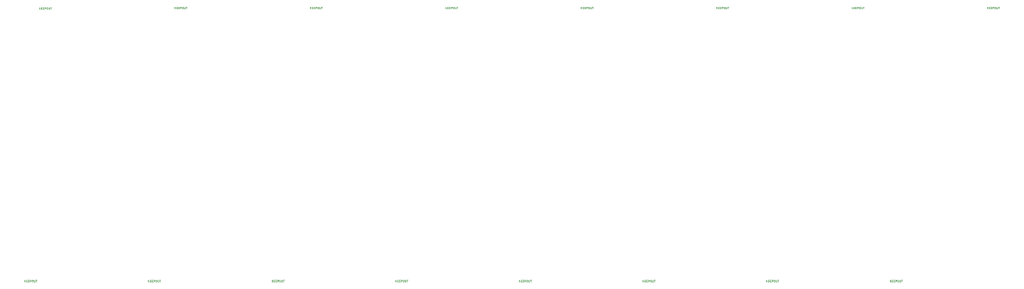
<source format=gbr>
G04 #@! TF.GenerationSoftware,KiCad,Pcbnew,9.0.0*
G04 #@! TF.CreationDate,2025-06-12T15:22:14-04:00*
G04 #@! TF.ProjectId,Oblique Palette 0.5.1 PCB Main,4f626c69-7175-4652-9050-616c65747465,rev?*
G04 #@! TF.SameCoordinates,Original*
G04 #@! TF.FileFunction,Other,Comment*
%FSLAX46Y46*%
G04 Gerber Fmt 4.6, Leading zero omitted, Abs format (unit mm)*
G04 Created by KiCad (PCBNEW 9.0.0) date 2025-06-12 15:22:14*
%MOMM*%
%LPD*%
G01*
G04 APERTURE LIST*
%ADD10C,0.051000*%
G04 APERTURE END LIST*
D10*
X33761904Y-103662395D02*
X33761904Y-103262395D01*
X33990475Y-103662395D02*
X33819046Y-103433824D01*
X33990475Y-103262395D02*
X33761904Y-103490967D01*
X34161904Y-103452871D02*
X34295237Y-103452871D01*
X34352380Y-103662395D02*
X34161904Y-103662395D01*
X34161904Y-103662395D02*
X34161904Y-103262395D01*
X34161904Y-103262395D02*
X34352380Y-103262395D01*
X34523809Y-103452871D02*
X34657142Y-103452871D01*
X34714285Y-103662395D02*
X34523809Y-103662395D01*
X34523809Y-103662395D02*
X34523809Y-103262395D01*
X34523809Y-103262395D02*
X34714285Y-103262395D01*
X34885714Y-103662395D02*
X34885714Y-103262395D01*
X34885714Y-103262395D02*
X35038095Y-103262395D01*
X35038095Y-103262395D02*
X35076190Y-103281443D01*
X35076190Y-103281443D02*
X35095237Y-103300490D01*
X35095237Y-103300490D02*
X35114285Y-103338586D01*
X35114285Y-103338586D02*
X35114285Y-103395728D01*
X35114285Y-103395728D02*
X35095237Y-103433824D01*
X35095237Y-103433824D02*
X35076190Y-103452871D01*
X35076190Y-103452871D02*
X35038095Y-103471919D01*
X35038095Y-103471919D02*
X34885714Y-103471919D01*
X35361904Y-103262395D02*
X35438095Y-103262395D01*
X35438095Y-103262395D02*
X35476190Y-103281443D01*
X35476190Y-103281443D02*
X35514285Y-103319538D01*
X35514285Y-103319538D02*
X35533333Y-103395728D01*
X35533333Y-103395728D02*
X35533333Y-103529062D01*
X35533333Y-103529062D02*
X35514285Y-103605252D01*
X35514285Y-103605252D02*
X35476190Y-103643348D01*
X35476190Y-103643348D02*
X35438095Y-103662395D01*
X35438095Y-103662395D02*
X35361904Y-103662395D01*
X35361904Y-103662395D02*
X35323809Y-103643348D01*
X35323809Y-103643348D02*
X35285714Y-103605252D01*
X35285714Y-103605252D02*
X35266666Y-103529062D01*
X35266666Y-103529062D02*
X35266666Y-103395728D01*
X35266666Y-103395728D02*
X35285714Y-103319538D01*
X35285714Y-103319538D02*
X35323809Y-103281443D01*
X35323809Y-103281443D02*
X35361904Y-103262395D01*
X35704762Y-103262395D02*
X35704762Y-103586205D01*
X35704762Y-103586205D02*
X35723809Y-103624300D01*
X35723809Y-103624300D02*
X35742857Y-103643348D01*
X35742857Y-103643348D02*
X35780952Y-103662395D01*
X35780952Y-103662395D02*
X35857143Y-103662395D01*
X35857143Y-103662395D02*
X35895238Y-103643348D01*
X35895238Y-103643348D02*
X35914285Y-103624300D01*
X35914285Y-103624300D02*
X35933333Y-103586205D01*
X35933333Y-103586205D02*
X35933333Y-103262395D01*
X36066667Y-103262395D02*
X36295238Y-103262395D01*
X36180952Y-103662395D02*
X36180952Y-103262395D01*
X59011904Y-103662395D02*
X59011904Y-103262395D01*
X59240475Y-103662395D02*
X59069046Y-103433824D01*
X59240475Y-103262395D02*
X59011904Y-103490967D01*
X59411904Y-103452871D02*
X59545237Y-103452871D01*
X59602380Y-103662395D02*
X59411904Y-103662395D01*
X59411904Y-103662395D02*
X59411904Y-103262395D01*
X59411904Y-103262395D02*
X59602380Y-103262395D01*
X59773809Y-103452871D02*
X59907142Y-103452871D01*
X59964285Y-103662395D02*
X59773809Y-103662395D01*
X59773809Y-103662395D02*
X59773809Y-103262395D01*
X59773809Y-103262395D02*
X59964285Y-103262395D01*
X60135714Y-103662395D02*
X60135714Y-103262395D01*
X60135714Y-103262395D02*
X60288095Y-103262395D01*
X60288095Y-103262395D02*
X60326190Y-103281443D01*
X60326190Y-103281443D02*
X60345237Y-103300490D01*
X60345237Y-103300490D02*
X60364285Y-103338586D01*
X60364285Y-103338586D02*
X60364285Y-103395728D01*
X60364285Y-103395728D02*
X60345237Y-103433824D01*
X60345237Y-103433824D02*
X60326190Y-103452871D01*
X60326190Y-103452871D02*
X60288095Y-103471919D01*
X60288095Y-103471919D02*
X60135714Y-103471919D01*
X60611904Y-103262395D02*
X60688095Y-103262395D01*
X60688095Y-103262395D02*
X60726190Y-103281443D01*
X60726190Y-103281443D02*
X60764285Y-103319538D01*
X60764285Y-103319538D02*
X60783333Y-103395728D01*
X60783333Y-103395728D02*
X60783333Y-103529062D01*
X60783333Y-103529062D02*
X60764285Y-103605252D01*
X60764285Y-103605252D02*
X60726190Y-103643348D01*
X60726190Y-103643348D02*
X60688095Y-103662395D01*
X60688095Y-103662395D02*
X60611904Y-103662395D01*
X60611904Y-103662395D02*
X60573809Y-103643348D01*
X60573809Y-103643348D02*
X60535714Y-103605252D01*
X60535714Y-103605252D02*
X60516666Y-103529062D01*
X60516666Y-103529062D02*
X60516666Y-103395728D01*
X60516666Y-103395728D02*
X60535714Y-103319538D01*
X60535714Y-103319538D02*
X60573809Y-103281443D01*
X60573809Y-103281443D02*
X60611904Y-103262395D01*
X60954762Y-103262395D02*
X60954762Y-103586205D01*
X60954762Y-103586205D02*
X60973809Y-103624300D01*
X60973809Y-103624300D02*
X60992857Y-103643348D01*
X60992857Y-103643348D02*
X61030952Y-103662395D01*
X61030952Y-103662395D02*
X61107143Y-103662395D01*
X61107143Y-103662395D02*
X61145238Y-103643348D01*
X61145238Y-103643348D02*
X61164285Y-103624300D01*
X61164285Y-103624300D02*
X61183333Y-103586205D01*
X61183333Y-103586205D02*
X61183333Y-103262395D01*
X61316667Y-103262395D02*
X61545238Y-103262395D01*
X61430952Y-103662395D02*
X61430952Y-103262395D01*
X36761904Y-47892395D02*
X36761904Y-47492395D01*
X36990475Y-47892395D02*
X36819046Y-47663824D01*
X36990475Y-47492395D02*
X36761904Y-47720967D01*
X37161904Y-47682871D02*
X37295237Y-47682871D01*
X37352380Y-47892395D02*
X37161904Y-47892395D01*
X37161904Y-47892395D02*
X37161904Y-47492395D01*
X37161904Y-47492395D02*
X37352380Y-47492395D01*
X37523809Y-47682871D02*
X37657142Y-47682871D01*
X37714285Y-47892395D02*
X37523809Y-47892395D01*
X37523809Y-47892395D02*
X37523809Y-47492395D01*
X37523809Y-47492395D02*
X37714285Y-47492395D01*
X37885714Y-47892395D02*
X37885714Y-47492395D01*
X37885714Y-47492395D02*
X38038095Y-47492395D01*
X38038095Y-47492395D02*
X38076190Y-47511443D01*
X38076190Y-47511443D02*
X38095237Y-47530490D01*
X38095237Y-47530490D02*
X38114285Y-47568586D01*
X38114285Y-47568586D02*
X38114285Y-47625728D01*
X38114285Y-47625728D02*
X38095237Y-47663824D01*
X38095237Y-47663824D02*
X38076190Y-47682871D01*
X38076190Y-47682871D02*
X38038095Y-47701919D01*
X38038095Y-47701919D02*
X37885714Y-47701919D01*
X38361904Y-47492395D02*
X38438095Y-47492395D01*
X38438095Y-47492395D02*
X38476190Y-47511443D01*
X38476190Y-47511443D02*
X38514285Y-47549538D01*
X38514285Y-47549538D02*
X38533333Y-47625728D01*
X38533333Y-47625728D02*
X38533333Y-47759062D01*
X38533333Y-47759062D02*
X38514285Y-47835252D01*
X38514285Y-47835252D02*
X38476190Y-47873348D01*
X38476190Y-47873348D02*
X38438095Y-47892395D01*
X38438095Y-47892395D02*
X38361904Y-47892395D01*
X38361904Y-47892395D02*
X38323809Y-47873348D01*
X38323809Y-47873348D02*
X38285714Y-47835252D01*
X38285714Y-47835252D02*
X38266666Y-47759062D01*
X38266666Y-47759062D02*
X38266666Y-47625728D01*
X38266666Y-47625728D02*
X38285714Y-47549538D01*
X38285714Y-47549538D02*
X38323809Y-47511443D01*
X38323809Y-47511443D02*
X38361904Y-47492395D01*
X38704762Y-47492395D02*
X38704762Y-47816205D01*
X38704762Y-47816205D02*
X38723809Y-47854300D01*
X38723809Y-47854300D02*
X38742857Y-47873348D01*
X38742857Y-47873348D02*
X38780952Y-47892395D01*
X38780952Y-47892395D02*
X38857143Y-47892395D01*
X38857143Y-47892395D02*
X38895238Y-47873348D01*
X38895238Y-47873348D02*
X38914285Y-47854300D01*
X38914285Y-47854300D02*
X38933333Y-47816205D01*
X38933333Y-47816205D02*
X38933333Y-47492395D01*
X39066667Y-47492395D02*
X39295238Y-47492395D01*
X39180952Y-47892395D02*
X39180952Y-47492395D01*
X64418904Y-47802395D02*
X64418904Y-47402395D01*
X64647475Y-47802395D02*
X64476046Y-47573824D01*
X64647475Y-47402395D02*
X64418904Y-47630967D01*
X64818904Y-47592871D02*
X64952237Y-47592871D01*
X65009380Y-47802395D02*
X64818904Y-47802395D01*
X64818904Y-47802395D02*
X64818904Y-47402395D01*
X64818904Y-47402395D02*
X65009380Y-47402395D01*
X65180809Y-47592871D02*
X65314142Y-47592871D01*
X65371285Y-47802395D02*
X65180809Y-47802395D01*
X65180809Y-47802395D02*
X65180809Y-47402395D01*
X65180809Y-47402395D02*
X65371285Y-47402395D01*
X65542714Y-47802395D02*
X65542714Y-47402395D01*
X65542714Y-47402395D02*
X65695095Y-47402395D01*
X65695095Y-47402395D02*
X65733190Y-47421443D01*
X65733190Y-47421443D02*
X65752237Y-47440490D01*
X65752237Y-47440490D02*
X65771285Y-47478586D01*
X65771285Y-47478586D02*
X65771285Y-47535728D01*
X65771285Y-47535728D02*
X65752237Y-47573824D01*
X65752237Y-47573824D02*
X65733190Y-47592871D01*
X65733190Y-47592871D02*
X65695095Y-47611919D01*
X65695095Y-47611919D02*
X65542714Y-47611919D01*
X66018904Y-47402395D02*
X66095095Y-47402395D01*
X66095095Y-47402395D02*
X66133190Y-47421443D01*
X66133190Y-47421443D02*
X66171285Y-47459538D01*
X66171285Y-47459538D02*
X66190333Y-47535728D01*
X66190333Y-47535728D02*
X66190333Y-47669062D01*
X66190333Y-47669062D02*
X66171285Y-47745252D01*
X66171285Y-47745252D02*
X66133190Y-47783348D01*
X66133190Y-47783348D02*
X66095095Y-47802395D01*
X66095095Y-47802395D02*
X66018904Y-47802395D01*
X66018904Y-47802395D02*
X65980809Y-47783348D01*
X65980809Y-47783348D02*
X65942714Y-47745252D01*
X65942714Y-47745252D02*
X65923666Y-47669062D01*
X65923666Y-47669062D02*
X65923666Y-47535728D01*
X65923666Y-47535728D02*
X65942714Y-47459538D01*
X65942714Y-47459538D02*
X65980809Y-47421443D01*
X65980809Y-47421443D02*
X66018904Y-47402395D01*
X66361762Y-47402395D02*
X66361762Y-47726205D01*
X66361762Y-47726205D02*
X66380809Y-47764300D01*
X66380809Y-47764300D02*
X66399857Y-47783348D01*
X66399857Y-47783348D02*
X66437952Y-47802395D01*
X66437952Y-47802395D02*
X66514143Y-47802395D01*
X66514143Y-47802395D02*
X66552238Y-47783348D01*
X66552238Y-47783348D02*
X66571285Y-47764300D01*
X66571285Y-47764300D02*
X66590333Y-47726205D01*
X66590333Y-47726205D02*
X66590333Y-47402395D01*
X66723667Y-47402395D02*
X66952238Y-47402395D01*
X66837952Y-47802395D02*
X66837952Y-47402395D01*
X175046904Y-47802395D02*
X175046904Y-47402395D01*
X175275475Y-47802395D02*
X175104046Y-47573824D01*
X175275475Y-47402395D02*
X175046904Y-47630967D01*
X175446904Y-47592871D02*
X175580237Y-47592871D01*
X175637380Y-47802395D02*
X175446904Y-47802395D01*
X175446904Y-47802395D02*
X175446904Y-47402395D01*
X175446904Y-47402395D02*
X175637380Y-47402395D01*
X175808809Y-47592871D02*
X175942142Y-47592871D01*
X175999285Y-47802395D02*
X175808809Y-47802395D01*
X175808809Y-47802395D02*
X175808809Y-47402395D01*
X175808809Y-47402395D02*
X175999285Y-47402395D01*
X176170714Y-47802395D02*
X176170714Y-47402395D01*
X176170714Y-47402395D02*
X176323095Y-47402395D01*
X176323095Y-47402395D02*
X176361190Y-47421443D01*
X176361190Y-47421443D02*
X176380237Y-47440490D01*
X176380237Y-47440490D02*
X176399285Y-47478586D01*
X176399285Y-47478586D02*
X176399285Y-47535728D01*
X176399285Y-47535728D02*
X176380237Y-47573824D01*
X176380237Y-47573824D02*
X176361190Y-47592871D01*
X176361190Y-47592871D02*
X176323095Y-47611919D01*
X176323095Y-47611919D02*
X176170714Y-47611919D01*
X176646904Y-47402395D02*
X176723095Y-47402395D01*
X176723095Y-47402395D02*
X176761190Y-47421443D01*
X176761190Y-47421443D02*
X176799285Y-47459538D01*
X176799285Y-47459538D02*
X176818333Y-47535728D01*
X176818333Y-47535728D02*
X176818333Y-47669062D01*
X176818333Y-47669062D02*
X176799285Y-47745252D01*
X176799285Y-47745252D02*
X176761190Y-47783348D01*
X176761190Y-47783348D02*
X176723095Y-47802395D01*
X176723095Y-47802395D02*
X176646904Y-47802395D01*
X176646904Y-47802395D02*
X176608809Y-47783348D01*
X176608809Y-47783348D02*
X176570714Y-47745252D01*
X176570714Y-47745252D02*
X176551666Y-47669062D01*
X176551666Y-47669062D02*
X176551666Y-47535728D01*
X176551666Y-47535728D02*
X176570714Y-47459538D01*
X176570714Y-47459538D02*
X176608809Y-47421443D01*
X176608809Y-47421443D02*
X176646904Y-47402395D01*
X176989762Y-47402395D02*
X176989762Y-47726205D01*
X176989762Y-47726205D02*
X177008809Y-47764300D01*
X177008809Y-47764300D02*
X177027857Y-47783348D01*
X177027857Y-47783348D02*
X177065952Y-47802395D01*
X177065952Y-47802395D02*
X177142143Y-47802395D01*
X177142143Y-47802395D02*
X177180238Y-47783348D01*
X177180238Y-47783348D02*
X177199285Y-47764300D01*
X177199285Y-47764300D02*
X177218333Y-47726205D01*
X177218333Y-47726205D02*
X177218333Y-47402395D01*
X177351667Y-47402395D02*
X177580238Y-47402395D01*
X177465952Y-47802395D02*
X177465952Y-47402395D01*
X185261904Y-103662395D02*
X185261904Y-103262395D01*
X185490475Y-103662395D02*
X185319046Y-103433824D01*
X185490475Y-103262395D02*
X185261904Y-103490967D01*
X185661904Y-103452871D02*
X185795237Y-103452871D01*
X185852380Y-103662395D02*
X185661904Y-103662395D01*
X185661904Y-103662395D02*
X185661904Y-103262395D01*
X185661904Y-103262395D02*
X185852380Y-103262395D01*
X186023809Y-103452871D02*
X186157142Y-103452871D01*
X186214285Y-103662395D02*
X186023809Y-103662395D01*
X186023809Y-103662395D02*
X186023809Y-103262395D01*
X186023809Y-103262395D02*
X186214285Y-103262395D01*
X186385714Y-103662395D02*
X186385714Y-103262395D01*
X186385714Y-103262395D02*
X186538095Y-103262395D01*
X186538095Y-103262395D02*
X186576190Y-103281443D01*
X186576190Y-103281443D02*
X186595237Y-103300490D01*
X186595237Y-103300490D02*
X186614285Y-103338586D01*
X186614285Y-103338586D02*
X186614285Y-103395728D01*
X186614285Y-103395728D02*
X186595237Y-103433824D01*
X186595237Y-103433824D02*
X186576190Y-103452871D01*
X186576190Y-103452871D02*
X186538095Y-103471919D01*
X186538095Y-103471919D02*
X186385714Y-103471919D01*
X186861904Y-103262395D02*
X186938095Y-103262395D01*
X186938095Y-103262395D02*
X186976190Y-103281443D01*
X186976190Y-103281443D02*
X187014285Y-103319538D01*
X187014285Y-103319538D02*
X187033333Y-103395728D01*
X187033333Y-103395728D02*
X187033333Y-103529062D01*
X187033333Y-103529062D02*
X187014285Y-103605252D01*
X187014285Y-103605252D02*
X186976190Y-103643348D01*
X186976190Y-103643348D02*
X186938095Y-103662395D01*
X186938095Y-103662395D02*
X186861904Y-103662395D01*
X186861904Y-103662395D02*
X186823809Y-103643348D01*
X186823809Y-103643348D02*
X186785714Y-103605252D01*
X186785714Y-103605252D02*
X186766666Y-103529062D01*
X186766666Y-103529062D02*
X186766666Y-103395728D01*
X186766666Y-103395728D02*
X186785714Y-103319538D01*
X186785714Y-103319538D02*
X186823809Y-103281443D01*
X186823809Y-103281443D02*
X186861904Y-103262395D01*
X187204762Y-103262395D02*
X187204762Y-103586205D01*
X187204762Y-103586205D02*
X187223809Y-103624300D01*
X187223809Y-103624300D02*
X187242857Y-103643348D01*
X187242857Y-103643348D02*
X187280952Y-103662395D01*
X187280952Y-103662395D02*
X187357143Y-103662395D01*
X187357143Y-103662395D02*
X187395238Y-103643348D01*
X187395238Y-103643348D02*
X187414285Y-103624300D01*
X187414285Y-103624300D02*
X187433333Y-103586205D01*
X187433333Y-103586205D02*
X187433333Y-103262395D01*
X187566667Y-103262395D02*
X187795238Y-103262395D01*
X187680952Y-103662395D02*
X187680952Y-103262395D01*
X160011904Y-103662395D02*
X160011904Y-103262395D01*
X160240475Y-103662395D02*
X160069046Y-103433824D01*
X160240475Y-103262395D02*
X160011904Y-103490967D01*
X160411904Y-103452871D02*
X160545237Y-103452871D01*
X160602380Y-103662395D02*
X160411904Y-103662395D01*
X160411904Y-103662395D02*
X160411904Y-103262395D01*
X160411904Y-103262395D02*
X160602380Y-103262395D01*
X160773809Y-103452871D02*
X160907142Y-103452871D01*
X160964285Y-103662395D02*
X160773809Y-103662395D01*
X160773809Y-103662395D02*
X160773809Y-103262395D01*
X160773809Y-103262395D02*
X160964285Y-103262395D01*
X161135714Y-103662395D02*
X161135714Y-103262395D01*
X161135714Y-103262395D02*
X161288095Y-103262395D01*
X161288095Y-103262395D02*
X161326190Y-103281443D01*
X161326190Y-103281443D02*
X161345237Y-103300490D01*
X161345237Y-103300490D02*
X161364285Y-103338586D01*
X161364285Y-103338586D02*
X161364285Y-103395728D01*
X161364285Y-103395728D02*
X161345237Y-103433824D01*
X161345237Y-103433824D02*
X161326190Y-103452871D01*
X161326190Y-103452871D02*
X161288095Y-103471919D01*
X161288095Y-103471919D02*
X161135714Y-103471919D01*
X161611904Y-103262395D02*
X161688095Y-103262395D01*
X161688095Y-103262395D02*
X161726190Y-103281443D01*
X161726190Y-103281443D02*
X161764285Y-103319538D01*
X161764285Y-103319538D02*
X161783333Y-103395728D01*
X161783333Y-103395728D02*
X161783333Y-103529062D01*
X161783333Y-103529062D02*
X161764285Y-103605252D01*
X161764285Y-103605252D02*
X161726190Y-103643348D01*
X161726190Y-103643348D02*
X161688095Y-103662395D01*
X161688095Y-103662395D02*
X161611904Y-103662395D01*
X161611904Y-103662395D02*
X161573809Y-103643348D01*
X161573809Y-103643348D02*
X161535714Y-103605252D01*
X161535714Y-103605252D02*
X161516666Y-103529062D01*
X161516666Y-103529062D02*
X161516666Y-103395728D01*
X161516666Y-103395728D02*
X161535714Y-103319538D01*
X161535714Y-103319538D02*
X161573809Y-103281443D01*
X161573809Y-103281443D02*
X161611904Y-103262395D01*
X161954762Y-103262395D02*
X161954762Y-103586205D01*
X161954762Y-103586205D02*
X161973809Y-103624300D01*
X161973809Y-103624300D02*
X161992857Y-103643348D01*
X161992857Y-103643348D02*
X162030952Y-103662395D01*
X162030952Y-103662395D02*
X162107143Y-103662395D01*
X162107143Y-103662395D02*
X162145238Y-103643348D01*
X162145238Y-103643348D02*
X162164285Y-103624300D01*
X162164285Y-103624300D02*
X162183333Y-103586205D01*
X162183333Y-103586205D02*
X162183333Y-103262395D01*
X162316667Y-103262395D02*
X162545238Y-103262395D01*
X162430952Y-103662395D02*
X162430952Y-103262395D01*
X202703904Y-47802395D02*
X202703904Y-47402395D01*
X202932475Y-47802395D02*
X202761046Y-47573824D01*
X202932475Y-47402395D02*
X202703904Y-47630967D01*
X203103904Y-47592871D02*
X203237237Y-47592871D01*
X203294380Y-47802395D02*
X203103904Y-47802395D01*
X203103904Y-47802395D02*
X203103904Y-47402395D01*
X203103904Y-47402395D02*
X203294380Y-47402395D01*
X203465809Y-47592871D02*
X203599142Y-47592871D01*
X203656285Y-47802395D02*
X203465809Y-47802395D01*
X203465809Y-47802395D02*
X203465809Y-47402395D01*
X203465809Y-47402395D02*
X203656285Y-47402395D01*
X203827714Y-47802395D02*
X203827714Y-47402395D01*
X203827714Y-47402395D02*
X203980095Y-47402395D01*
X203980095Y-47402395D02*
X204018190Y-47421443D01*
X204018190Y-47421443D02*
X204037237Y-47440490D01*
X204037237Y-47440490D02*
X204056285Y-47478586D01*
X204056285Y-47478586D02*
X204056285Y-47535728D01*
X204056285Y-47535728D02*
X204037237Y-47573824D01*
X204037237Y-47573824D02*
X204018190Y-47592871D01*
X204018190Y-47592871D02*
X203980095Y-47611919D01*
X203980095Y-47611919D02*
X203827714Y-47611919D01*
X204303904Y-47402395D02*
X204380095Y-47402395D01*
X204380095Y-47402395D02*
X204418190Y-47421443D01*
X204418190Y-47421443D02*
X204456285Y-47459538D01*
X204456285Y-47459538D02*
X204475333Y-47535728D01*
X204475333Y-47535728D02*
X204475333Y-47669062D01*
X204475333Y-47669062D02*
X204456285Y-47745252D01*
X204456285Y-47745252D02*
X204418190Y-47783348D01*
X204418190Y-47783348D02*
X204380095Y-47802395D01*
X204380095Y-47802395D02*
X204303904Y-47802395D01*
X204303904Y-47802395D02*
X204265809Y-47783348D01*
X204265809Y-47783348D02*
X204227714Y-47745252D01*
X204227714Y-47745252D02*
X204208666Y-47669062D01*
X204208666Y-47669062D02*
X204208666Y-47535728D01*
X204208666Y-47535728D02*
X204227714Y-47459538D01*
X204227714Y-47459538D02*
X204265809Y-47421443D01*
X204265809Y-47421443D02*
X204303904Y-47402395D01*
X204646762Y-47402395D02*
X204646762Y-47726205D01*
X204646762Y-47726205D02*
X204665809Y-47764300D01*
X204665809Y-47764300D02*
X204684857Y-47783348D01*
X204684857Y-47783348D02*
X204722952Y-47802395D01*
X204722952Y-47802395D02*
X204799143Y-47802395D01*
X204799143Y-47802395D02*
X204837238Y-47783348D01*
X204837238Y-47783348D02*
X204856285Y-47764300D01*
X204856285Y-47764300D02*
X204875333Y-47726205D01*
X204875333Y-47726205D02*
X204875333Y-47402395D01*
X205008667Y-47402395D02*
X205237238Y-47402395D01*
X205122952Y-47802395D02*
X205122952Y-47402395D01*
X92075904Y-47802395D02*
X92075904Y-47402395D01*
X92304475Y-47802395D02*
X92133046Y-47573824D01*
X92304475Y-47402395D02*
X92075904Y-47630967D01*
X92475904Y-47592871D02*
X92609237Y-47592871D01*
X92666380Y-47802395D02*
X92475904Y-47802395D01*
X92475904Y-47802395D02*
X92475904Y-47402395D01*
X92475904Y-47402395D02*
X92666380Y-47402395D01*
X92837809Y-47592871D02*
X92971142Y-47592871D01*
X93028285Y-47802395D02*
X92837809Y-47802395D01*
X92837809Y-47802395D02*
X92837809Y-47402395D01*
X92837809Y-47402395D02*
X93028285Y-47402395D01*
X93199714Y-47802395D02*
X93199714Y-47402395D01*
X93199714Y-47402395D02*
X93352095Y-47402395D01*
X93352095Y-47402395D02*
X93390190Y-47421443D01*
X93390190Y-47421443D02*
X93409237Y-47440490D01*
X93409237Y-47440490D02*
X93428285Y-47478586D01*
X93428285Y-47478586D02*
X93428285Y-47535728D01*
X93428285Y-47535728D02*
X93409237Y-47573824D01*
X93409237Y-47573824D02*
X93390190Y-47592871D01*
X93390190Y-47592871D02*
X93352095Y-47611919D01*
X93352095Y-47611919D02*
X93199714Y-47611919D01*
X93675904Y-47402395D02*
X93752095Y-47402395D01*
X93752095Y-47402395D02*
X93790190Y-47421443D01*
X93790190Y-47421443D02*
X93828285Y-47459538D01*
X93828285Y-47459538D02*
X93847333Y-47535728D01*
X93847333Y-47535728D02*
X93847333Y-47669062D01*
X93847333Y-47669062D02*
X93828285Y-47745252D01*
X93828285Y-47745252D02*
X93790190Y-47783348D01*
X93790190Y-47783348D02*
X93752095Y-47802395D01*
X93752095Y-47802395D02*
X93675904Y-47802395D01*
X93675904Y-47802395D02*
X93637809Y-47783348D01*
X93637809Y-47783348D02*
X93599714Y-47745252D01*
X93599714Y-47745252D02*
X93580666Y-47669062D01*
X93580666Y-47669062D02*
X93580666Y-47535728D01*
X93580666Y-47535728D02*
X93599714Y-47459538D01*
X93599714Y-47459538D02*
X93637809Y-47421443D01*
X93637809Y-47421443D02*
X93675904Y-47402395D01*
X94018762Y-47402395D02*
X94018762Y-47726205D01*
X94018762Y-47726205D02*
X94037809Y-47764300D01*
X94037809Y-47764300D02*
X94056857Y-47783348D01*
X94056857Y-47783348D02*
X94094952Y-47802395D01*
X94094952Y-47802395D02*
X94171143Y-47802395D01*
X94171143Y-47802395D02*
X94209238Y-47783348D01*
X94209238Y-47783348D02*
X94228285Y-47764300D01*
X94228285Y-47764300D02*
X94247333Y-47726205D01*
X94247333Y-47726205D02*
X94247333Y-47402395D01*
X94380667Y-47402395D02*
X94609238Y-47402395D01*
X94494952Y-47802395D02*
X94494952Y-47402395D01*
X147389904Y-47802395D02*
X147389904Y-47402395D01*
X147618475Y-47802395D02*
X147447046Y-47573824D01*
X147618475Y-47402395D02*
X147389904Y-47630967D01*
X147789904Y-47592871D02*
X147923237Y-47592871D01*
X147980380Y-47802395D02*
X147789904Y-47802395D01*
X147789904Y-47802395D02*
X147789904Y-47402395D01*
X147789904Y-47402395D02*
X147980380Y-47402395D01*
X148151809Y-47592871D02*
X148285142Y-47592871D01*
X148342285Y-47802395D02*
X148151809Y-47802395D01*
X148151809Y-47802395D02*
X148151809Y-47402395D01*
X148151809Y-47402395D02*
X148342285Y-47402395D01*
X148513714Y-47802395D02*
X148513714Y-47402395D01*
X148513714Y-47402395D02*
X148666095Y-47402395D01*
X148666095Y-47402395D02*
X148704190Y-47421443D01*
X148704190Y-47421443D02*
X148723237Y-47440490D01*
X148723237Y-47440490D02*
X148742285Y-47478586D01*
X148742285Y-47478586D02*
X148742285Y-47535728D01*
X148742285Y-47535728D02*
X148723237Y-47573824D01*
X148723237Y-47573824D02*
X148704190Y-47592871D01*
X148704190Y-47592871D02*
X148666095Y-47611919D01*
X148666095Y-47611919D02*
X148513714Y-47611919D01*
X148989904Y-47402395D02*
X149066095Y-47402395D01*
X149066095Y-47402395D02*
X149104190Y-47421443D01*
X149104190Y-47421443D02*
X149142285Y-47459538D01*
X149142285Y-47459538D02*
X149161333Y-47535728D01*
X149161333Y-47535728D02*
X149161333Y-47669062D01*
X149161333Y-47669062D02*
X149142285Y-47745252D01*
X149142285Y-47745252D02*
X149104190Y-47783348D01*
X149104190Y-47783348D02*
X149066095Y-47802395D01*
X149066095Y-47802395D02*
X148989904Y-47802395D01*
X148989904Y-47802395D02*
X148951809Y-47783348D01*
X148951809Y-47783348D02*
X148913714Y-47745252D01*
X148913714Y-47745252D02*
X148894666Y-47669062D01*
X148894666Y-47669062D02*
X148894666Y-47535728D01*
X148894666Y-47535728D02*
X148913714Y-47459538D01*
X148913714Y-47459538D02*
X148951809Y-47421443D01*
X148951809Y-47421443D02*
X148989904Y-47402395D01*
X149332762Y-47402395D02*
X149332762Y-47726205D01*
X149332762Y-47726205D02*
X149351809Y-47764300D01*
X149351809Y-47764300D02*
X149370857Y-47783348D01*
X149370857Y-47783348D02*
X149408952Y-47802395D01*
X149408952Y-47802395D02*
X149485143Y-47802395D01*
X149485143Y-47802395D02*
X149523238Y-47783348D01*
X149523238Y-47783348D02*
X149542285Y-47764300D01*
X149542285Y-47764300D02*
X149561333Y-47726205D01*
X149561333Y-47726205D02*
X149561333Y-47402395D01*
X149694667Y-47402395D02*
X149923238Y-47402395D01*
X149808952Y-47802395D02*
X149808952Y-47402395D01*
X134761904Y-103662395D02*
X134761904Y-103262395D01*
X134990475Y-103662395D02*
X134819046Y-103433824D01*
X134990475Y-103262395D02*
X134761904Y-103490967D01*
X135161904Y-103452871D02*
X135295237Y-103452871D01*
X135352380Y-103662395D02*
X135161904Y-103662395D01*
X135161904Y-103662395D02*
X135161904Y-103262395D01*
X135161904Y-103262395D02*
X135352380Y-103262395D01*
X135523809Y-103452871D02*
X135657142Y-103452871D01*
X135714285Y-103662395D02*
X135523809Y-103662395D01*
X135523809Y-103662395D02*
X135523809Y-103262395D01*
X135523809Y-103262395D02*
X135714285Y-103262395D01*
X135885714Y-103662395D02*
X135885714Y-103262395D01*
X135885714Y-103262395D02*
X136038095Y-103262395D01*
X136038095Y-103262395D02*
X136076190Y-103281443D01*
X136076190Y-103281443D02*
X136095237Y-103300490D01*
X136095237Y-103300490D02*
X136114285Y-103338586D01*
X136114285Y-103338586D02*
X136114285Y-103395728D01*
X136114285Y-103395728D02*
X136095237Y-103433824D01*
X136095237Y-103433824D02*
X136076190Y-103452871D01*
X136076190Y-103452871D02*
X136038095Y-103471919D01*
X136038095Y-103471919D02*
X135885714Y-103471919D01*
X136361904Y-103262395D02*
X136438095Y-103262395D01*
X136438095Y-103262395D02*
X136476190Y-103281443D01*
X136476190Y-103281443D02*
X136514285Y-103319538D01*
X136514285Y-103319538D02*
X136533333Y-103395728D01*
X136533333Y-103395728D02*
X136533333Y-103529062D01*
X136533333Y-103529062D02*
X136514285Y-103605252D01*
X136514285Y-103605252D02*
X136476190Y-103643348D01*
X136476190Y-103643348D02*
X136438095Y-103662395D01*
X136438095Y-103662395D02*
X136361904Y-103662395D01*
X136361904Y-103662395D02*
X136323809Y-103643348D01*
X136323809Y-103643348D02*
X136285714Y-103605252D01*
X136285714Y-103605252D02*
X136266666Y-103529062D01*
X136266666Y-103529062D02*
X136266666Y-103395728D01*
X136266666Y-103395728D02*
X136285714Y-103319538D01*
X136285714Y-103319538D02*
X136323809Y-103281443D01*
X136323809Y-103281443D02*
X136361904Y-103262395D01*
X136704762Y-103262395D02*
X136704762Y-103586205D01*
X136704762Y-103586205D02*
X136723809Y-103624300D01*
X136723809Y-103624300D02*
X136742857Y-103643348D01*
X136742857Y-103643348D02*
X136780952Y-103662395D01*
X136780952Y-103662395D02*
X136857143Y-103662395D01*
X136857143Y-103662395D02*
X136895238Y-103643348D01*
X136895238Y-103643348D02*
X136914285Y-103624300D01*
X136914285Y-103624300D02*
X136933333Y-103586205D01*
X136933333Y-103586205D02*
X136933333Y-103262395D01*
X137066667Y-103262395D02*
X137295238Y-103262395D01*
X137180952Y-103662395D02*
X137180952Y-103262395D01*
X210511904Y-103662395D02*
X210511904Y-103262395D01*
X210740475Y-103662395D02*
X210569046Y-103433824D01*
X210740475Y-103262395D02*
X210511904Y-103490967D01*
X210911904Y-103452871D02*
X211045237Y-103452871D01*
X211102380Y-103662395D02*
X210911904Y-103662395D01*
X210911904Y-103662395D02*
X210911904Y-103262395D01*
X210911904Y-103262395D02*
X211102380Y-103262395D01*
X211273809Y-103452871D02*
X211407142Y-103452871D01*
X211464285Y-103662395D02*
X211273809Y-103662395D01*
X211273809Y-103662395D02*
X211273809Y-103262395D01*
X211273809Y-103262395D02*
X211464285Y-103262395D01*
X211635714Y-103662395D02*
X211635714Y-103262395D01*
X211635714Y-103262395D02*
X211788095Y-103262395D01*
X211788095Y-103262395D02*
X211826190Y-103281443D01*
X211826190Y-103281443D02*
X211845237Y-103300490D01*
X211845237Y-103300490D02*
X211864285Y-103338586D01*
X211864285Y-103338586D02*
X211864285Y-103395728D01*
X211864285Y-103395728D02*
X211845237Y-103433824D01*
X211845237Y-103433824D02*
X211826190Y-103452871D01*
X211826190Y-103452871D02*
X211788095Y-103471919D01*
X211788095Y-103471919D02*
X211635714Y-103471919D01*
X212111904Y-103262395D02*
X212188095Y-103262395D01*
X212188095Y-103262395D02*
X212226190Y-103281443D01*
X212226190Y-103281443D02*
X212264285Y-103319538D01*
X212264285Y-103319538D02*
X212283333Y-103395728D01*
X212283333Y-103395728D02*
X212283333Y-103529062D01*
X212283333Y-103529062D02*
X212264285Y-103605252D01*
X212264285Y-103605252D02*
X212226190Y-103643348D01*
X212226190Y-103643348D02*
X212188095Y-103662395D01*
X212188095Y-103662395D02*
X212111904Y-103662395D01*
X212111904Y-103662395D02*
X212073809Y-103643348D01*
X212073809Y-103643348D02*
X212035714Y-103605252D01*
X212035714Y-103605252D02*
X212016666Y-103529062D01*
X212016666Y-103529062D02*
X212016666Y-103395728D01*
X212016666Y-103395728D02*
X212035714Y-103319538D01*
X212035714Y-103319538D02*
X212073809Y-103281443D01*
X212073809Y-103281443D02*
X212111904Y-103262395D01*
X212454762Y-103262395D02*
X212454762Y-103586205D01*
X212454762Y-103586205D02*
X212473809Y-103624300D01*
X212473809Y-103624300D02*
X212492857Y-103643348D01*
X212492857Y-103643348D02*
X212530952Y-103662395D01*
X212530952Y-103662395D02*
X212607143Y-103662395D01*
X212607143Y-103662395D02*
X212645238Y-103643348D01*
X212645238Y-103643348D02*
X212664285Y-103624300D01*
X212664285Y-103624300D02*
X212683333Y-103586205D01*
X212683333Y-103586205D02*
X212683333Y-103262395D01*
X212816667Y-103262395D02*
X213045238Y-103262395D01*
X212930952Y-103662395D02*
X212930952Y-103262395D01*
X119732904Y-47802395D02*
X119732904Y-47402395D01*
X119961475Y-47802395D02*
X119790046Y-47573824D01*
X119961475Y-47402395D02*
X119732904Y-47630967D01*
X120132904Y-47592871D02*
X120266237Y-47592871D01*
X120323380Y-47802395D02*
X120132904Y-47802395D01*
X120132904Y-47802395D02*
X120132904Y-47402395D01*
X120132904Y-47402395D02*
X120323380Y-47402395D01*
X120494809Y-47592871D02*
X120628142Y-47592871D01*
X120685285Y-47802395D02*
X120494809Y-47802395D01*
X120494809Y-47802395D02*
X120494809Y-47402395D01*
X120494809Y-47402395D02*
X120685285Y-47402395D01*
X120856714Y-47802395D02*
X120856714Y-47402395D01*
X120856714Y-47402395D02*
X121009095Y-47402395D01*
X121009095Y-47402395D02*
X121047190Y-47421443D01*
X121047190Y-47421443D02*
X121066237Y-47440490D01*
X121066237Y-47440490D02*
X121085285Y-47478586D01*
X121085285Y-47478586D02*
X121085285Y-47535728D01*
X121085285Y-47535728D02*
X121066237Y-47573824D01*
X121066237Y-47573824D02*
X121047190Y-47592871D01*
X121047190Y-47592871D02*
X121009095Y-47611919D01*
X121009095Y-47611919D02*
X120856714Y-47611919D01*
X121332904Y-47402395D02*
X121409095Y-47402395D01*
X121409095Y-47402395D02*
X121447190Y-47421443D01*
X121447190Y-47421443D02*
X121485285Y-47459538D01*
X121485285Y-47459538D02*
X121504333Y-47535728D01*
X121504333Y-47535728D02*
X121504333Y-47669062D01*
X121504333Y-47669062D02*
X121485285Y-47745252D01*
X121485285Y-47745252D02*
X121447190Y-47783348D01*
X121447190Y-47783348D02*
X121409095Y-47802395D01*
X121409095Y-47802395D02*
X121332904Y-47802395D01*
X121332904Y-47802395D02*
X121294809Y-47783348D01*
X121294809Y-47783348D02*
X121256714Y-47745252D01*
X121256714Y-47745252D02*
X121237666Y-47669062D01*
X121237666Y-47669062D02*
X121237666Y-47535728D01*
X121237666Y-47535728D02*
X121256714Y-47459538D01*
X121256714Y-47459538D02*
X121294809Y-47421443D01*
X121294809Y-47421443D02*
X121332904Y-47402395D01*
X121675762Y-47402395D02*
X121675762Y-47726205D01*
X121675762Y-47726205D02*
X121694809Y-47764300D01*
X121694809Y-47764300D02*
X121713857Y-47783348D01*
X121713857Y-47783348D02*
X121751952Y-47802395D01*
X121751952Y-47802395D02*
X121828143Y-47802395D01*
X121828143Y-47802395D02*
X121866238Y-47783348D01*
X121866238Y-47783348D02*
X121885285Y-47764300D01*
X121885285Y-47764300D02*
X121904333Y-47726205D01*
X121904333Y-47726205D02*
X121904333Y-47402395D01*
X122037667Y-47402395D02*
X122266238Y-47402395D01*
X122151952Y-47802395D02*
X122151952Y-47402395D01*
X230360904Y-47802395D02*
X230360904Y-47402395D01*
X230589475Y-47802395D02*
X230418046Y-47573824D01*
X230589475Y-47402395D02*
X230360904Y-47630967D01*
X230760904Y-47592871D02*
X230894237Y-47592871D01*
X230951380Y-47802395D02*
X230760904Y-47802395D01*
X230760904Y-47802395D02*
X230760904Y-47402395D01*
X230760904Y-47402395D02*
X230951380Y-47402395D01*
X231122809Y-47592871D02*
X231256142Y-47592871D01*
X231313285Y-47802395D02*
X231122809Y-47802395D01*
X231122809Y-47802395D02*
X231122809Y-47402395D01*
X231122809Y-47402395D02*
X231313285Y-47402395D01*
X231484714Y-47802395D02*
X231484714Y-47402395D01*
X231484714Y-47402395D02*
X231637095Y-47402395D01*
X231637095Y-47402395D02*
X231675190Y-47421443D01*
X231675190Y-47421443D02*
X231694237Y-47440490D01*
X231694237Y-47440490D02*
X231713285Y-47478586D01*
X231713285Y-47478586D02*
X231713285Y-47535728D01*
X231713285Y-47535728D02*
X231694237Y-47573824D01*
X231694237Y-47573824D02*
X231675190Y-47592871D01*
X231675190Y-47592871D02*
X231637095Y-47611919D01*
X231637095Y-47611919D02*
X231484714Y-47611919D01*
X231960904Y-47402395D02*
X232037095Y-47402395D01*
X232037095Y-47402395D02*
X232075190Y-47421443D01*
X232075190Y-47421443D02*
X232113285Y-47459538D01*
X232113285Y-47459538D02*
X232132333Y-47535728D01*
X232132333Y-47535728D02*
X232132333Y-47669062D01*
X232132333Y-47669062D02*
X232113285Y-47745252D01*
X232113285Y-47745252D02*
X232075190Y-47783348D01*
X232075190Y-47783348D02*
X232037095Y-47802395D01*
X232037095Y-47802395D02*
X231960904Y-47802395D01*
X231960904Y-47802395D02*
X231922809Y-47783348D01*
X231922809Y-47783348D02*
X231884714Y-47745252D01*
X231884714Y-47745252D02*
X231865666Y-47669062D01*
X231865666Y-47669062D02*
X231865666Y-47535728D01*
X231865666Y-47535728D02*
X231884714Y-47459538D01*
X231884714Y-47459538D02*
X231922809Y-47421443D01*
X231922809Y-47421443D02*
X231960904Y-47402395D01*
X232303762Y-47402395D02*
X232303762Y-47726205D01*
X232303762Y-47726205D02*
X232322809Y-47764300D01*
X232322809Y-47764300D02*
X232341857Y-47783348D01*
X232341857Y-47783348D02*
X232379952Y-47802395D01*
X232379952Y-47802395D02*
X232456143Y-47802395D01*
X232456143Y-47802395D02*
X232494238Y-47783348D01*
X232494238Y-47783348D02*
X232513285Y-47764300D01*
X232513285Y-47764300D02*
X232532333Y-47726205D01*
X232532333Y-47726205D02*
X232532333Y-47402395D01*
X232665667Y-47402395D02*
X232894238Y-47402395D01*
X232779952Y-47802395D02*
X232779952Y-47402395D01*
X109511904Y-103662395D02*
X109511904Y-103262395D01*
X109740475Y-103662395D02*
X109569046Y-103433824D01*
X109740475Y-103262395D02*
X109511904Y-103490967D01*
X109911904Y-103452871D02*
X110045237Y-103452871D01*
X110102380Y-103662395D02*
X109911904Y-103662395D01*
X109911904Y-103662395D02*
X109911904Y-103262395D01*
X109911904Y-103262395D02*
X110102380Y-103262395D01*
X110273809Y-103452871D02*
X110407142Y-103452871D01*
X110464285Y-103662395D02*
X110273809Y-103662395D01*
X110273809Y-103662395D02*
X110273809Y-103262395D01*
X110273809Y-103262395D02*
X110464285Y-103262395D01*
X110635714Y-103662395D02*
X110635714Y-103262395D01*
X110635714Y-103262395D02*
X110788095Y-103262395D01*
X110788095Y-103262395D02*
X110826190Y-103281443D01*
X110826190Y-103281443D02*
X110845237Y-103300490D01*
X110845237Y-103300490D02*
X110864285Y-103338586D01*
X110864285Y-103338586D02*
X110864285Y-103395728D01*
X110864285Y-103395728D02*
X110845237Y-103433824D01*
X110845237Y-103433824D02*
X110826190Y-103452871D01*
X110826190Y-103452871D02*
X110788095Y-103471919D01*
X110788095Y-103471919D02*
X110635714Y-103471919D01*
X111111904Y-103262395D02*
X111188095Y-103262395D01*
X111188095Y-103262395D02*
X111226190Y-103281443D01*
X111226190Y-103281443D02*
X111264285Y-103319538D01*
X111264285Y-103319538D02*
X111283333Y-103395728D01*
X111283333Y-103395728D02*
X111283333Y-103529062D01*
X111283333Y-103529062D02*
X111264285Y-103605252D01*
X111264285Y-103605252D02*
X111226190Y-103643348D01*
X111226190Y-103643348D02*
X111188095Y-103662395D01*
X111188095Y-103662395D02*
X111111904Y-103662395D01*
X111111904Y-103662395D02*
X111073809Y-103643348D01*
X111073809Y-103643348D02*
X111035714Y-103605252D01*
X111035714Y-103605252D02*
X111016666Y-103529062D01*
X111016666Y-103529062D02*
X111016666Y-103395728D01*
X111016666Y-103395728D02*
X111035714Y-103319538D01*
X111035714Y-103319538D02*
X111073809Y-103281443D01*
X111073809Y-103281443D02*
X111111904Y-103262395D01*
X111454762Y-103262395D02*
X111454762Y-103586205D01*
X111454762Y-103586205D02*
X111473809Y-103624300D01*
X111473809Y-103624300D02*
X111492857Y-103643348D01*
X111492857Y-103643348D02*
X111530952Y-103662395D01*
X111530952Y-103662395D02*
X111607143Y-103662395D01*
X111607143Y-103662395D02*
X111645238Y-103643348D01*
X111645238Y-103643348D02*
X111664285Y-103624300D01*
X111664285Y-103624300D02*
X111683333Y-103586205D01*
X111683333Y-103586205D02*
X111683333Y-103262395D01*
X111816667Y-103262395D02*
X112045238Y-103262395D01*
X111930952Y-103662395D02*
X111930952Y-103262395D01*
X84261904Y-103662395D02*
X84261904Y-103262395D01*
X84490475Y-103662395D02*
X84319046Y-103433824D01*
X84490475Y-103262395D02*
X84261904Y-103490967D01*
X84661904Y-103452871D02*
X84795237Y-103452871D01*
X84852380Y-103662395D02*
X84661904Y-103662395D01*
X84661904Y-103662395D02*
X84661904Y-103262395D01*
X84661904Y-103262395D02*
X84852380Y-103262395D01*
X85023809Y-103452871D02*
X85157142Y-103452871D01*
X85214285Y-103662395D02*
X85023809Y-103662395D01*
X85023809Y-103662395D02*
X85023809Y-103262395D01*
X85023809Y-103262395D02*
X85214285Y-103262395D01*
X85385714Y-103662395D02*
X85385714Y-103262395D01*
X85385714Y-103262395D02*
X85538095Y-103262395D01*
X85538095Y-103262395D02*
X85576190Y-103281443D01*
X85576190Y-103281443D02*
X85595237Y-103300490D01*
X85595237Y-103300490D02*
X85614285Y-103338586D01*
X85614285Y-103338586D02*
X85614285Y-103395728D01*
X85614285Y-103395728D02*
X85595237Y-103433824D01*
X85595237Y-103433824D02*
X85576190Y-103452871D01*
X85576190Y-103452871D02*
X85538095Y-103471919D01*
X85538095Y-103471919D02*
X85385714Y-103471919D01*
X85861904Y-103262395D02*
X85938095Y-103262395D01*
X85938095Y-103262395D02*
X85976190Y-103281443D01*
X85976190Y-103281443D02*
X86014285Y-103319538D01*
X86014285Y-103319538D02*
X86033333Y-103395728D01*
X86033333Y-103395728D02*
X86033333Y-103529062D01*
X86033333Y-103529062D02*
X86014285Y-103605252D01*
X86014285Y-103605252D02*
X85976190Y-103643348D01*
X85976190Y-103643348D02*
X85938095Y-103662395D01*
X85938095Y-103662395D02*
X85861904Y-103662395D01*
X85861904Y-103662395D02*
X85823809Y-103643348D01*
X85823809Y-103643348D02*
X85785714Y-103605252D01*
X85785714Y-103605252D02*
X85766666Y-103529062D01*
X85766666Y-103529062D02*
X85766666Y-103395728D01*
X85766666Y-103395728D02*
X85785714Y-103319538D01*
X85785714Y-103319538D02*
X85823809Y-103281443D01*
X85823809Y-103281443D02*
X85861904Y-103262395D01*
X86204762Y-103262395D02*
X86204762Y-103586205D01*
X86204762Y-103586205D02*
X86223809Y-103624300D01*
X86223809Y-103624300D02*
X86242857Y-103643348D01*
X86242857Y-103643348D02*
X86280952Y-103662395D01*
X86280952Y-103662395D02*
X86357143Y-103662395D01*
X86357143Y-103662395D02*
X86395238Y-103643348D01*
X86395238Y-103643348D02*
X86414285Y-103624300D01*
X86414285Y-103624300D02*
X86433333Y-103586205D01*
X86433333Y-103586205D02*
X86433333Y-103262395D01*
X86566667Y-103262395D02*
X86795238Y-103262395D01*
X86680952Y-103662395D02*
X86680952Y-103262395D01*
M02*

</source>
